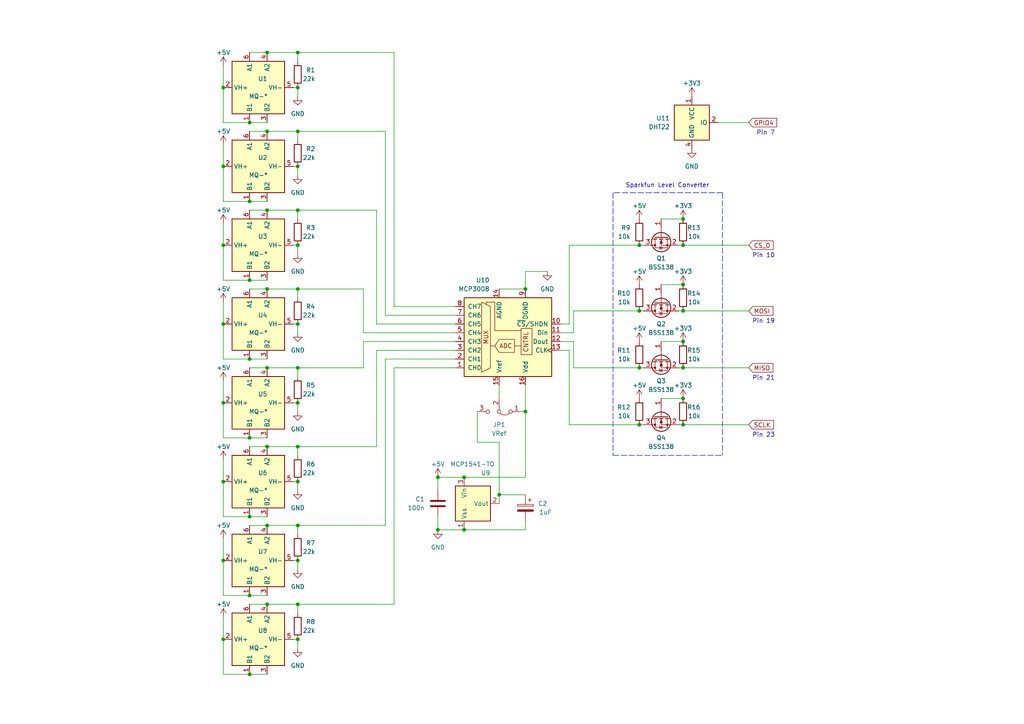
<source format=kicad_sch>
(kicad_sch (version 20211123) (generator eeschema)
  (paper "A4")
  (lib_symbols
    (symbol "Analog_ADC:MCP3008" (pin_names (offset 1.016))
      (property "Reference" "U" (at -5.08 13.335 0))
      (property "Value" "MCP3008" (at -5.08 11.43 0))
      (symbol "MCP3008_0_0"
        (text "ADC" (at -0.635 1.27 0) (effects (font (size 1.27 1.27))))
        (text "CNTRL" (at 5.969 -2.921 900) (effects (font (size 1.27 1.27)) (justify left bottom)))
        (text "MUX" (at -6.35 -1.27 900) (effects (font (size 1.27 1.27))))
      )
      (symbol "MCP3008_0_1"
        (polyline (pts (xy -3.81 1.27) (xy -5.08 1.27)))
        (polyline (pts (xy 1.905 1.27) (xy 3.81 1.27)))
        (polyline (pts (xy -7.62 8.89) (xy -7.62 -11.43) (xy -5.08 -10.16) (xy -5.08 7.62) (xy -7.62 8.89)))
        (polyline (pts (xy 3.81 -3.175) (xy -3.81 -3.175) (xy -3.81 -11.43) (xy -6.35 -11.43) (xy -6.35 -10.795)))
        (polyline (pts (xy 1.905 3.175) (xy 1.905 -0.635) (xy -2.54 -0.635) (xy -3.81 1.27) (xy -2.54 3.175) (xy 1.905 3.175)))
        (rectangle (start 3.81 -3.81) (end 6.985 3.81))
        (rectangle (start 12.7 -12.7) (end -12.7 10.16) (stroke (width 0.254)) (fill (type background)))
      )
      (symbol "MCP3008_1_1"
        (pin input line (at -15.24 7.62 0) (length 2.54) (name "CH0") (number "1"))
        (pin input line (at 15.24 -5.08 180) (length 2.54) (name "~{CS}/SHDN") (number "10"))
        (pin input line (at 15.24 -2.54 180) (length 2.54) (name "Din") (number "11"))
        (pin output line (at 15.24 0 180) (length 2.54) (name "Dout") (number "12"))
        (pin input clock (at 15.24 2.54 180) (length 2.54) (name "CLK") (number "13"))
        (pin power_in line (at -2.54 -15.24 90) (length 2.54) (name "AGND") (number "14"))
        (pin power_in line (at -2.54 12.7 270) (length 2.54) (name "Vref") (number "15"))
        (pin power_in line (at 5.08 12.7 270) (length 2.54) (name "Vdd") (number "16"))
        (pin input line (at -15.24 5.08 0) (length 2.54) (name "CH1") (number "2"))
        (pin input line (at -15.24 2.54 0) (length 2.54) (name "CH2") (number "3"))
        (pin input line (at -15.24 0 0) (length 2.54) (name "CH3") (number "4"))
        (pin input line (at -15.24 -2.54 0) (length 2.54) (name "CH4") (number "5"))
        (pin input line (at -15.24 -5.08 0) (length 2.54) (name "CH5") (number "6"))
        (pin input line (at -15.24 -7.62 0) (length 2.54) (name "CH6") (number "7"))
        (pin input line (at -15.24 -10.16 0) (length 2.54) (name "CH7") (number "8"))
        (pin power_in line (at 5.08 -15.24 90) (length 2.54) (name "DGND") (number "9"))
      )
    )
    (symbol "Device:C" (pin_numbers hide) (pin_names (offset 0.254))
      (property "Reference" "C" (at 0.635 2.54 0))
      (property "Value" "C" (at 0.635 -2.54 0))
      (symbol "C_0_1"
        (polyline (pts (xy -2.032 -0.762) (xy 2.032 -0.762)) (stroke (width 0.508)))
        (polyline (pts (xy -2.032 0.762) (xy 2.032 0.762)) (stroke (width 0.508)))
      )
      (symbol "C_1_1"
        (pin passive line (at 0 3.81 270) (length 2.794) (name "~") (number "1"))
        (pin passive line (at 0 -3.81 90) (length 2.794) (name "~") (number "2"))
      )
    )
    (symbol "Device:C_Polarized" (pin_numbers hide) (pin_names (offset 0.254))
      (property "Reference" "C" (at 0.635 2.54 0))
      (property "Value" "C_Polarized" (at 0.635 -2.54 0))
      (symbol "C_Polarized_0_1"
        (rectangle (start -2.286 0.508) (end 2.286 1.016))
        (polyline (pts (xy -1.778 2.286) (xy -0.762 2.286)))
        (polyline (pts (xy -1.27 2.794) (xy -1.27 1.778)))
        (rectangle (start 2.286 -0.508) (end -2.286 -1.016) (fill (type outline)))
      )
      (symbol "C_Polarized_1_1"
        (pin passive line (at 0 3.81 270) (length 2.794) (name "~") (number "1"))
        (pin passive line (at 0 -3.81 90) (length 2.794) (name "~") (number "2"))
      )
    )
    (symbol "Device:R" (pin_numbers hide) (pin_names (offset 0))
      (property "Reference" "R" (at 2.032 0 90))
      (property "Value" "R" (at 0 0 90))
      (symbol "R_0_1"
        (rectangle (start -1.016 -2.54) (end 1.016 2.54) (stroke (width 0.254)))
      )
      (symbol "R_1_1"
        (pin passive line (at 0 3.81 270) (length 1.27) (name "~") (number "1"))
        (pin passive line (at 0 -3.81 90) (length 1.27) (name "~") (number "2"))
      )
    )
    (symbol "Jumper:Jumper_3_Bridged12" (pin_names (offset 0) hide)
      (property "Reference" "JP" (at -2.54 -2.54 0))
      (property "Value" "Jumper_3_Bridged12" (at 0 2.794 0))
      (symbol "Jumper_3_Bridged12_0_0"
        (circle (center -3.302 0) (radius 0.508))
        (circle (center 0 0) (radius 0.508))
        (circle (center 3.302 0) (radius 0.508))
      )
      (symbol "Jumper_3_Bridged12_0_1"
        (arc (start -0.254 0.508) (mid -1.651 0.9912) (end -3.048 0.508))
        (polyline (pts (xy 0 -1.27) (xy 0 -0.508)))
      )
      (symbol "Jumper_3_Bridged12_1_1"
        (pin passive line (at -6.35 0 0) (length 2.54) (name "A") (number "1"))
        (pin passive line (at 0 -3.81 90) (length 2.54) (name "C") (number "2"))
        (pin passive line (at 6.35 0 180) (length 2.54) (name "B") (number "3"))
      )
    )
    (symbol "Reference_Voltage:MCP1541-TO"
      (property "Reference" "U" (at 1.27 8.89 0))
      (property "Value" "MCP1541-TO" (at 1.27 6.35 0))
      (symbol "MCP1541-TO_0_1"
        (rectangle (start -2.54 5.08) (end 7.62 -5.08) (stroke (width 0.254)) (fill (type background)))
      )
      (symbol "MCP1541-TO_1_1"
        (pin power_in line (at 0 -7.62 90) (length 2.54) (name "Vss") (number "1"))
        (pin power_out line (at 10.16 0 180) (length 2.54) (name "Vout") (number "2"))
        (pin power_in line (at 0 7.62 270) (length 2.54) (name "Vin") (number "3"))
      )
    )
    (symbol "Sensor:DHT11"
      (property "Reference" "U" (at -3.81 6.35 0))
      (property "Value" "DHT11" (at 3.81 6.35 0))
      (symbol "DHT11_0_1"
        (rectangle (start -5.08 5.08) (end 5.08 -5.08) (stroke (width 0.254)) (fill (type background)))
      )
      (symbol "DHT11_1_1"
        (pin power_in line (at 0 7.62 270) (length 2.54) (name "VCC") (number "1"))
        (pin bidirectional line (at 7.62 0 180) (length 2.54) (name "IO") (number "2"))
        (pin no_connect line (at -5.08 0 0) (length 2.54) hide (name "NC") (number "3"))
        (pin power_in line (at 0 -7.62 90) (length 2.54) (name "GND") (number "4"))
      )
    )
    (symbol "Sensor_Gas:MQ-6"
      (property "Reference" "U" (at -6.35 8.89 0))
      (property "Value" "MQ-6" (at 3.81 8.89 0))
      (symbol "MQ-6_0_1"
        (rectangle (start -7.62 7.62) (end 7.62 -7.62) (stroke (width 0.254)) (fill (type background)))
      )
      (symbol "MQ-6_1_1"
        (pin passive line (at 10.16 2.54 180) (length 2.54) (name "B1") (number "1"))
        (pin power_in line (at 0 10.16 270) (length 2.54) (name "VH+") (number "2"))
        (pin passive line (at 10.16 -2.54 180) (length 2.54) (name "B2") (number "3"))
        (pin passive line (at -10.16 -2.54 0) (length 2.54) (name "A2") (number "4"))
        (pin power_in line (at 0 -10.16 90) (length 2.54) (name "VH-") (number "5"))
        (pin passive line (at -10.16 2.54 0) (length 2.54) (name "A1") (number "6"))
      )
    )
    (symbol "Transistor_FET:BSS138" (pin_names hide)
      (property "Reference" "Q" (at 5.08 1.905 0))
      (property "Value" "BSS138" (at 5.08 0 0))
      (symbol "BSS138_0_1"
        (polyline (pts (xy 0.254 0) (xy -2.54 0)))
        (polyline (pts (xy 0.254 1.905) (xy 0.254 -1.905)) (stroke (width 0.254)))
        (polyline (pts (xy 0.762 -1.27) (xy 0.762 -2.286)) (stroke (width 0.254)))
        (polyline (pts (xy 0.762 0.508) (xy 0.762 -0.508)) (stroke (width 0.254)))
        (polyline (pts (xy 0.762 2.286) (xy 0.762 1.27)) (stroke (width 0.254)))
        (polyline (pts (xy 2.54 2.54) (xy 2.54 1.778)))
        (polyline (pts (xy 2.54 -2.54) (xy 2.54 0) (xy 0.762 0)))
        (polyline (pts (xy 0.762 -1.778) (xy 3.302 -1.778) (xy 3.302 1.778) (xy 0.762 1.778)))
        (polyline (pts (xy 1.016 0) (xy 2.032 0.381) (xy 2.032 -0.381) (xy 1.016 0)) (fill (type outline)))
        (polyline (pts (xy 2.794 0.508) (xy 2.921 0.381) (xy 3.683 0.381) (xy 3.81 0.254)))
        (polyline (pts (xy 3.302 0.381) (xy 2.921 -0.254) (xy 3.683 -0.254) (xy 3.302 0.381)))
        (circle (center 1.651 0) (radius 2.794) (stroke (width 0.254)))
        (circle (center 2.54 -1.778) (radius 0.254) (fill (type outline)))
        (circle (center 2.54 1.778) (radius 0.254) (fill (type outline)))
      )
      (symbol "BSS138_1_1"
        (pin input line (at -5.08 0 0) (length 2.54) (name "G") (number "1"))
        (pin passive line (at 2.54 -5.08 90) (length 2.54) (name "S") (number "2"))
        (pin passive line (at 2.54 5.08 270) (length 2.54) (name "D") (number "3"))
      )
    )
    (symbol "power:+3.3V" (power) (pin_names (offset 0))
      (property "Value" "+3.3V" (at 0 3.556 0))
      (symbol "+3.3V_0_1"
        (polyline (pts (xy -0.762 1.27) (xy 0 2.54)))
        (polyline (pts (xy 0 0) (xy 0 2.54)))
        (polyline (pts (xy 0 2.54) (xy 0.762 1.27)))
      )
      (symbol "+3.3V_1_1"
        (pin power_in line (at 0 0 90) (length 0) hide (name "+3V3") (number "1"))
      )
    )
    (symbol "power:+5V" (power) (pin_names (offset 0))
      (property "Value" "+5V" (at 0 3.556 0))
      (symbol "+5V_0_1"
        (polyline (pts (xy -0.762 1.27) (xy 0 2.54)))
        (polyline (pts (xy 0 0) (xy 0 2.54)))
        (polyline (pts (xy 0 2.54) (xy 0.762 1.27)))
      )
      (symbol "+5V_1_1"
        (pin power_in line (at 0 0 90) (length 0) hide (name "+5V") (number "1"))
      )
    )
    (symbol "power:GND" (power) (pin_names (offset 0))
      (property "Value" "GND" (at 0 -3.81 0))
      (symbol "GND_0_1"
        (polyline (pts (xy 0 0) (xy 0 -1.27) (xy 1.27 -1.27) (xy 0 -2.54) (xy -1.27 -1.27) (xy 0 -1.27)))
      )
      (symbol "GND_1_1"
        (pin power_in line (at 0 0 270) (length 0) hide (name "GND") (number "1"))
      )
    )
  )
  (junction (at 77.47 83.82))
  (junction (at 72.39 127))
  (junction (at 86.36 25.4))
  (junction (at 72.39 172.72))
  (junction (at 77.47 152.4))
  (junction (at 77.47 106.68))
  (junction (at 86.36 129.54))
  (junction (at 86.36 106.68))
  (junction (at 86.36 71.12))
  (junction (at 77.47 38.1))
  (junction (at 86.36 15.24))
  (junction (at 127 138.43))
  (junction (at 198.12 63.5))
  (junction (at 185.42 123.19))
  (junction (at 86.36 175.26))
  (junction (at 64.77 25.4))
  (junction (at 72.39 104.14))
  (junction (at 86.36 116.84))
  (junction (at 64.77 48.26))
  (junction (at 198.12 90.17))
  (junction (at 134.62 138.43))
  (junction (at 86.36 60.96))
  (junction (at 64.77 116.84))
  (junction (at 86.36 152.4))
  (junction (at 86.36 93.98))
  (junction (at 77.47 129.54))
  (junction (at 86.36 162.56))
  (junction (at 127 153.67))
  (junction (at 72.39 149.86))
  (junction (at 152.4 83.82))
  (junction (at 72.39 81.28))
  (junction (at 86.36 139.7))
  (junction (at 134.62 153.67))
  (junction (at 198.12 123.19))
  (junction (at 77.47 60.96))
  (junction (at 64.77 162.56))
  (junction (at 64.77 93.98))
  (junction (at 198.12 99.06))
  (junction (at 86.36 48.26))
  (junction (at 64.77 71.12))
  (junction (at 77.47 15.24))
  (junction (at 198.12 115.57))
  (junction (at 198.12 71.12))
  (junction (at 72.39 58.42))
  (junction (at 72.39 35.56))
  (junction (at 185.42 71.12))
  (junction (at 77.47 175.26))
  (junction (at 185.42 90.17))
  (junction (at 64.77 139.7))
  (junction (at 198.12 106.68))
  (junction (at 185.42 106.68))
  (junction (at 144.78 143.51))
  (junction (at 86.36 83.82))
  (junction (at 152.4 119.38))
  (junction (at 86.36 38.1))
  (junction (at 86.36 185.42))
  (junction (at 72.39 195.58))
  (junction (at 64.77 185.42))
  (junction (at 198.12 82.55))
  (wire (pts (xy 64.77 93.98) (xy 64.77 104.14)))
  (wire (pts (xy 144.78 111.76) (xy 144.78 115.57)))
  (wire (pts (xy 86.36 60.96) (xy 77.47 60.96)))
  (wire (pts (xy 64.77 87.63) (xy 64.77 93.98)))
  (wire (pts (xy 198.12 90.17) (xy 196.85 90.17)))
  (wire (pts (xy 198.12 115.57) (xy 191.77 115.57)))
  (wire (pts (xy 77.47 35.56) (xy 72.39 35.56)))
  (wire (pts (xy 86.36 48.26) (xy 86.36 50.8)))
  (wire (pts (xy 86.36 15.24) (xy 77.47 15.24)))
  (wire (pts (xy 64.77 185.42) (xy 64.77 195.58)))
  (wire (pts (xy 208.28 35.56) (xy 217.17 35.56)))
  (wire (pts (xy 86.36 93.98) (xy 86.36 96.52)))
  (wire (pts (xy 77.47 104.14) (xy 72.39 104.14)))
  (wire (pts (xy 86.36 38.1) (xy 77.47 38.1)))
  (wire (pts (xy 138.43 128.27) (xy 138.43 119.38)))
  (wire (pts (xy 86.36 15.24) (xy 86.36 17.78)))
  (wire (pts (xy 64.77 149.86) (xy 72.39 149.86)))
  (wire (pts (xy 198.12 71.12) (xy 196.85 71.12)))
  (wire (pts (xy 86.36 152.4) (xy 86.36 154.94)))
  (wire (pts (xy 64.77 179.07) (xy 64.77 185.42)))
  (wire (pts (xy 64.77 139.7) (xy 64.77 149.86)))
  (wire (pts (xy 132.08 96.52) (xy 105.41 96.52)))
  (wire (pts (xy 64.77 41.91) (xy 64.77 48.26)))
  (wire (pts (xy 185.42 123.19) (xy 165.1 123.19)))
  (wire (pts (xy 77.47 127) (xy 72.39 127)))
  (wire (pts (xy 85.09 93.98) (xy 86.36 93.98)))
  (wire (pts (xy 132.08 99.06) (xy 105.41 99.06)))
  (wire (pts (xy 109.22 129.54) (xy 86.36 129.54)))
  (wire (pts (xy 64.77 162.56) (xy 64.77 172.72)))
  (wire (pts (xy 86.36 139.7) (xy 86.36 142.24)))
  (wire (pts (xy 132.08 106.68) (xy 114.3 106.68)))
  (wire (pts (xy 152.4 111.76) (xy 152.4 119.38)))
  (wire (pts (xy 144.78 143.51) (xy 152.4 143.51)))
  (wire (pts (xy 64.77 156.21) (xy 64.77 162.56)))
  (wire (pts (xy 86.36 129.54) (xy 86.36 132.08)))
  (polyline (pts (xy 209.55 55.88) (xy 177.8 55.88)))
  (wire (pts (xy 72.39 38.1) (xy 77.47 38.1)))
  (wire (pts (xy 64.77 48.26) (xy 64.77 58.42)))
  (wire (pts (xy 132.08 93.98) (xy 109.22 93.98)))
  (wire (pts (xy 134.62 153.67) (xy 127 153.67)))
  (wire (pts (xy 64.77 58.42) (xy 72.39 58.42)))
  (wire (pts (xy 109.22 60.96) (xy 86.36 60.96)))
  (wire (pts (xy 114.3 106.68) (xy 114.3 175.26)))
  (wire (pts (xy 144.78 143.51) (xy 144.78 128.27)))
  (wire (pts (xy 198.12 63.5) (xy 191.77 63.5)))
  (wire (pts (xy 86.36 162.56) (xy 86.36 165.1)))
  (wire (pts (xy 105.41 83.82) (xy 86.36 83.82)))
  (wire (pts (xy 77.47 106.68) (xy 72.39 106.68)))
  (wire (pts (xy 64.77 195.58) (xy 72.39 195.58)))
  (wire (pts (xy 109.22 101.6) (xy 109.22 129.54)))
  (wire (pts (xy 185.42 106.68) (xy 166.37 106.68)))
  (wire (pts (xy 86.36 83.82) (xy 86.36 86.36)))
  (wire (pts (xy 64.77 35.56) (xy 72.39 35.56)))
  (wire (pts (xy 77.47 152.4) (xy 72.39 152.4)))
  (wire (pts (xy 152.4 153.67) (xy 134.62 153.67)))
  (wire (pts (xy 64.77 64.77) (xy 64.77 71.12)))
  (wire (pts (xy 217.17 71.12) (xy 198.12 71.12)))
  (wire (pts (xy 152.4 78.74) (xy 152.4 83.82)))
  (wire (pts (xy 77.47 106.68) (xy 86.36 106.68)))
  (wire (pts (xy 72.39 60.96) (xy 77.47 60.96)))
  (wire (pts (xy 64.77 19.05) (xy 64.77 25.4)))
  (wire (pts (xy 64.77 25.4) (xy 64.77 35.56)))
  (wire (pts (xy 86.36 60.96) (xy 86.36 63.5)))
  (wire (pts (xy 72.39 15.24) (xy 77.47 15.24)))
  (wire (pts (xy 111.76 152.4) (xy 86.36 152.4)))
  (wire (pts (xy 77.47 149.86) (xy 72.39 149.86)))
  (wire (pts (xy 64.77 172.72) (xy 72.39 172.72)))
  (wire (pts (xy 77.47 129.54) (xy 72.39 129.54)))
  (wire (pts (xy 127 138.43) (xy 127 142.24)))
  (wire (pts (xy 77.47 81.28) (xy 72.39 81.28)))
  (wire (pts (xy 64.77 133.35) (xy 64.77 139.7)))
  (wire (pts (xy 86.36 175.26) (xy 86.36 177.8)))
  (wire (pts (xy 72.39 83.82) (xy 77.47 83.82)))
  (wire (pts (xy 152.4 138.43) (xy 134.62 138.43)))
  (wire (pts (xy 132.08 88.9) (xy 114.3 88.9)))
  (wire (pts (xy 185.42 90.17) (xy 166.37 90.17)))
  (wire (pts (xy 132.08 91.44) (xy 111.76 91.44)))
  (wire (pts (xy 77.47 195.58) (xy 72.39 195.58)))
  (wire (pts (xy 86.36 152.4) (xy 77.47 152.4)))
  (wire (pts (xy 64.77 116.84) (xy 64.77 127)))
  (wire (pts (xy 105.41 99.06) (xy 105.41 106.68)))
  (wire (pts (xy 109.22 93.98) (xy 109.22 60.96)))
  (wire (pts (xy 217.17 106.68) (xy 198.12 106.68)))
  (wire (pts (xy 77.47 58.42) (xy 72.39 58.42)))
  (wire (pts (xy 185.42 106.68) (xy 186.69 106.68)))
  (wire (pts (xy 152.4 151.13) (xy 152.4 153.67)))
  (wire (pts (xy 166.37 106.68) (xy 166.37 99.06)))
  (wire (pts (xy 85.09 185.42) (xy 86.36 185.42)))
  (wire (pts (xy 198.12 82.55) (xy 191.77 82.55)))
  (wire (pts (xy 111.76 91.44) (xy 111.76 38.1)))
  (wire (pts (xy 64.77 81.28) (xy 72.39 81.28)))
  (wire (pts (xy 132.08 101.6) (xy 109.22 101.6)))
  (wire (pts (xy 64.77 71.12) (xy 64.77 81.28)))
  (polyline (pts (xy 177.8 132.08) (xy 209.55 132.08)))
  (wire (pts (xy 85.09 139.7) (xy 86.36 139.7)))
  (wire (pts (xy 158.75 78.74) (xy 152.4 78.74)))
  (wire (pts (xy 64.77 104.14) (xy 72.39 104.14)))
  (wire (pts (xy 77.47 175.26) (xy 72.39 175.26)))
  (wire (pts (xy 86.36 175.26) (xy 77.47 175.26)))
  (wire (pts (xy 144.78 128.27) (xy 138.43 128.27)))
  (wire (pts (xy 86.36 71.12) (xy 86.36 73.66)))
  (wire (pts (xy 185.42 71.12) (xy 186.69 71.12)))
  (wire (pts (xy 151.13 119.38) (xy 152.4 119.38)))
  (wire (pts (xy 165.1 71.12) (xy 165.1 93.98)))
  (wire (pts (xy 111.76 104.14) (xy 111.76 152.4)))
  (wire (pts (xy 85.09 25.4) (xy 86.36 25.4)))
  (wire (pts (xy 132.08 104.14) (xy 111.76 104.14)))
  (wire (pts (xy 85.09 116.84) (xy 86.36 116.84)))
  (wire (pts (xy 86.36 106.68) (xy 105.41 106.68)))
  (wire (pts (xy 111.76 38.1) (xy 86.36 38.1)))
  (wire (pts (xy 198.12 99.06) (xy 191.77 99.06)))
  (wire (pts (xy 185.42 123.19) (xy 186.69 123.19)))
  (wire (pts (xy 85.09 162.56) (xy 86.36 162.56)))
  (wire (pts (xy 166.37 90.17) (xy 166.37 96.52)))
  (wire (pts (xy 105.41 96.52) (xy 105.41 83.82)))
  (wire (pts (xy 198.12 106.68) (xy 196.85 106.68)))
  (wire (pts (xy 134.62 138.43) (xy 127 138.43)))
  (wire (pts (xy 165.1 93.98) (xy 162.56 93.98)))
  (wire (pts (xy 86.36 38.1) (xy 86.36 40.64)))
  (polyline (pts (xy 177.8 55.88) (xy 177.8 132.08)))
  (wire (pts (xy 85.09 48.26) (xy 86.36 48.26)))
  (wire (pts (xy 217.17 90.17) (xy 198.12 90.17)))
  (wire (pts (xy 86.36 185.42) (xy 86.36 187.96)))
  (wire (pts (xy 152.4 83.82) (xy 144.78 83.82)))
  (wire (pts (xy 185.42 71.12) (xy 165.1 71.12)))
  (wire (pts (xy 166.37 99.06) (xy 162.56 99.06)))
  (polyline (pts (xy 209.55 55.88) (xy 209.55 132.08)))
  (wire (pts (xy 165.1 101.6) (xy 162.56 101.6)))
  (wire (pts (xy 185.42 90.17) (xy 186.69 90.17)))
  (wire (pts (xy 114.3 15.24) (xy 86.36 15.24)))
  (wire (pts (xy 166.37 96.52) (xy 162.56 96.52)))
  (wire (pts (xy 85.09 71.12) (xy 86.36 71.12)))
  (wire (pts (xy 217.17 123.19) (xy 198.12 123.19)))
  (wire (pts (xy 86.36 83.82) (xy 77.47 83.82)))
  (wire (pts (xy 165.1 123.19) (xy 165.1 101.6)))
  (wire (pts (xy 86.36 129.54) (xy 77.47 129.54)))
  (wire (pts (xy 64.77 127) (xy 72.39 127)))
  (wire (pts (xy 114.3 88.9) (xy 114.3 15.24)))
  (wire (pts (xy 114.3 175.26) (xy 86.36 175.26)))
  (wire (pts (xy 86.36 116.84) (xy 86.36 119.38)))
  (wire (pts (xy 86.36 25.4) (xy 86.36 27.94)))
  (wire (pts (xy 198.12 123.19) (xy 196.85 123.19)))
  (wire (pts (xy 127 153.67) (xy 127 149.86)))
  (wire (pts (xy 64.77 110.49) (xy 64.77 116.84)))
  (wire (pts (xy 144.78 143.51) (xy 144.78 146.05)))
  (wire (pts (xy 86.36 109.22) (xy 86.36 106.68)))
  (wire (pts (xy 77.47 172.72) (xy 72.39 172.72)))
  (wire (pts (xy 152.4 119.38) (xy 152.4 138.43)))
  (text "Sparkfun Level Converter" (at 205.74 54.61 180) (effects (font (size 1.27 1.27)) (justify right bottom)))
  (text "Pin 21" (at 224.79 110.49 180) (effects (font (size 1.27 1.27)) (justify right bottom)))
  (text "Pin 23" (at 224.79 127 180) (effects (font (size 1.27 1.27)) (justify right bottom)))
  (text "Pin 10" (at 224.79 74.93 180) (effects (font (size 1.27 1.27)) (justify right bottom)))
  (text "Pin 7" (at 224.79 39.37 180) (effects (font (size 1.27 1.27)) (justify right bottom)))
  (text "Pin 19" (at 224.79 93.98 180) (effects (font (size 1.27 1.27)) (justify right bottom)))
  (global_label "CS_0" (shape input) (at 217.17 71.12 0) (property "Intersheet References" "${INTERSHEET_REFS}" (effects hide)))
  (global_label "MOSI" (shape input) (at 217.17 90.17 0) (property "Intersheet References" "${INTERSHEET_REFS}" (effects hide)))
  (global_label "MISO" (shape input) (at 217.17 106.68 0) (property "Intersheet References" "${INTERSHEET_REFS}" (effects hide)))
  (global_label "SCLK" (shape input) (at 217.17 123.19 0) (property "Intersheet References" "${INTERSHEET_REFS}" (effects hide)))
  (global_label "GPIO4" (shape input) (at 217.17 35.56 0) (property "Intersheet References" "${INTERSHEET_REFS}" (effects hide)))
  (symbol (lib_id "power:+5V") (at 64.77 179.07 0) (mirror y) (unit 1)
    (property "Reference" "#PWR08" (effects hide))
    (property "Value" "+5V" (at 64.77 175.26 0))
  )
  (symbol (lib_id "Transistor_FET:BSS138") (at 191.77 87.63 90) (mirror x) (unit 1)
    (property "Reference" "Q2" (at 191.77 93.98 90))
    (property "Value" "BSS138" (at 191.77 96.52 90))
    (property "Footprint" "Package_TO_SOT_SMD:SOT-23" (effects hide))
    (property "Datasheet" "https://www.onsemi.com/pub/Collateral/BSS138-D.PDF" (effects hide))
  )
  (symbol (lib_id "power:+5V") (at 64.77 19.05 0) (mirror y) (unit 1)
    (property "Reference" "#PWR01" (effects hide))
    (property "Value" "+5V" (at 64.77 15.24 0))
  )
  (symbol (lib_id "power:GND") (at 127 153.67 0) (mirror y) (unit 1)
    (property "Reference" "#PWR018" (effects hide))
    (property "Value" "GND" (at 127 158.75 0))
  )
  (symbol (lib_id "Device:R") (at 185.42 67.31 0) (mirror y) (unit 1)
    (property "Reference" "R9" (at 182.88 66.0399 0) (effects (justify left)))
    (property "Value" "10k" (at 182.88 68.5799 0) (effects (justify left)))
  )
  (symbol (lib_id "power:GND") (at 86.36 50.8 0) (mirror y) (unit 1)
    (property "Reference" "#PWR010" (effects hide))
    (property "Value" "GND" (at 86.36 55.88 0))
  )
  (symbol (lib_id "power:GND") (at 158.75 78.74 0) (mirror y) (unit 1)
    (property "Reference" "#PWR019" (effects hide))
    (property "Value" "GND" (at 158.75 83.82 0))
  )
  (symbol (lib_id "power:GND") (at 200.66 43.18 0) (mirror y) (unit 1)
    (property "Reference" "#PWR029" (effects hide))
    (property "Value" "GND" (at 200.66 48.26 0))
  )
  (symbol (lib_id "Device:R") (at 185.42 102.87 0) (mirror y) (unit 1)
    (property "Reference" "R11" (at 182.88 101.5999 0) (effects (justify left)))
    (property "Value" "10k" (at 182.88 104.1399 0) (effects (justify left)))
  )
  (symbol (lib_id "Sensor_Gas:MQ-6") (at 74.93 139.7 90) (mirror x) (unit 1)
    (property "Reference" "U6" (at 76.2 137.16 90))
    (property "Value" "MQ-*" (at 74.93 142.24 90))
    (property "Footprint" "Sensor:MQ-6" (effects hide))
    (property "Datasheet" "https://www.winsen-sensor.com/d/files/semiconductor/mq-6.pdf" (effects hide))
  )
  (symbol (lib_id "power:GND") (at 86.36 187.96 0) (mirror y) (unit 1)
    (property "Reference" "#PWR016" (effects hide))
    (property "Value" "GND" (at 86.36 193.04 0))
  )
  (symbol (lib_id "Jumper:Jumper_3_Bridged12") (at 144.78 119.38 180) (unit 1)
    (property "Reference" "JP1" (at 144.78 123.19 0))
    (property "Value" "VRef" (at 144.78 125.73 0))
  )
  (symbol (lib_id "Device:R") (at 86.36 44.45 0) (mirror y) (unit 1)
    (property "Reference" "R2" (at 91.44 43.18 0) (effects (justify left)))
    (property "Value" "22k" (at 91.44 45.72 0) (effects (justify left)))
  )
  (symbol (lib_id "Device:R") (at 198.12 119.38 0) (mirror y) (unit 1)
    (property "Reference" "R16" (at 203.2 118.11 0) (effects (justify left)))
    (property "Value" "10k" (at 203.2 120.65 0) (effects (justify left)))
  )
  (symbol (lib_id "power:+5V") (at 64.77 110.49 0) (mirror y) (unit 1)
    (property "Reference" "#PWR05" (effects hide))
    (property "Value" "+5V" (at 64.77 106.68 0))
  )
  (symbol (lib_id "Sensor_Gas:MQ-6") (at 74.93 162.56 90) (mirror x) (unit 1)
    (property "Reference" "U7" (at 76.2 160.02 90))
    (property "Value" "MQ-*" (at 74.93 165.1 90))
    (property "Footprint" "Sensor:MQ-6" (effects hide))
    (property "Datasheet" "https://www.winsen-sensor.com/d/files/semiconductor/mq-6.pdf" (effects hide))
  )
  (symbol (lib_id "power:GND") (at 86.36 119.38 0) (mirror y) (unit 1)
    (property "Reference" "#PWR013" (effects hide))
    (property "Value" "GND" (at 86.36 124.46 0))
  )
  (symbol (lib_id "power:GND") (at 86.36 165.1 0) (mirror y) (unit 1)
    (property "Reference" "#PWR015" (effects hide))
    (property "Value" "GND" (at 86.36 170.18 0))
  )
  (symbol (lib_id "Transistor_FET:BSS138") (at 191.77 68.58 90) (mirror x) (unit 1)
    (property "Reference" "Q1" (at 191.77 74.93 90))
    (property "Value" "BSS138" (at 191.77 77.47 90))
    (property "Footprint" "Package_TO_SOT_SMD:SOT-23" (effects hide))
    (property "Datasheet" "https://www.onsemi.com/pub/Collateral/BSS138-D.PDF" (effects hide))
  )
  (symbol (lib_id "power:GND") (at 86.36 96.52 0) (mirror y) (unit 1)
    (property "Reference" "#PWR012" (effects hide))
    (property "Value" "GND" (at 86.36 101.6 0))
  )
  (symbol (lib_id "power:+3.3V") (at 198.12 63.5 0) (mirror y) (unit 1)
    (property "Reference" "#PWR024" (effects hide))
    (property "Value" "+3.3V" (at 198.12 59.69 0))
  )
  (symbol (lib_id "power:+5V") (at 64.77 41.91 0) (mirror y) (unit 1)
    (property "Reference" "#PWR02" (effects hide))
    (property "Value" "+5V" (at 64.77 38.1 0))
  )
  (symbol (lib_id "Device:R") (at 86.36 181.61 0) (mirror y) (unit 1)
    (property "Reference" "R8" (at 91.44 180.34 0) (effects (justify left)))
    (property "Value" "22k" (at 91.44 182.88 0) (effects (justify left)))
  )
  (symbol (lib_id "Sensor_Gas:MQ-6") (at 74.93 116.84 90) (mirror x) (unit 1)
    (property "Reference" "U5" (at 76.2 114.3 90))
    (property "Value" "MQ-*" (at 74.93 119.38 90))
    (property "Footprint" "Sensor:MQ-6" (effects hide))
    (property "Datasheet" "https://www.winsen-sensor.com/d/files/semiconductor/mq-6.pdf" (effects hide))
  )
  (symbol (lib_id "power:+3.3V") (at 200.66 27.94 0) (mirror y) (unit 1)
    (property "Reference" "#PWR028" (effects hide))
    (property "Value" "+3.3V" (at 200.66 24.13 0))
  )
  (symbol (lib_id "power:+5V") (at 64.77 87.63 0) (mirror y) (unit 1)
    (property "Reference" "#PWR04" (effects hide))
    (property "Value" "+5V" (at 64.77 83.82 0))
  )
  (symbol (lib_id "Device:R") (at 198.12 86.36 0) (mirror y) (unit 1)
    (property "Reference" "R14" (at 203.2 85.09 0) (effects (justify left)))
    (property "Value" "10k" (at 203.2 87.63 0) (effects (justify left)))
  )
  (symbol (lib_id "power:+5V") (at 185.42 82.55 0) (mirror y) (unit 1)
    (property "Reference" "#PWR021" (effects hide))
    (property "Value" "+5V" (at 185.42 78.74 0))
  )
  (symbol (lib_id "Sensor_Gas:MQ-6") (at 74.93 93.98 90) (mirror x) (unit 1)
    (property "Reference" "U4" (at 76.2 91.44 90))
    (property "Value" "MQ-*" (at 74.93 96.52 90))
    (property "Footprint" "Sensor:MQ-6" (effects hide))
    (property "Datasheet" "https://www.winsen-sensor.com/d/files/semiconductor/mq-6.pdf" (effects hide))
  )
  (symbol (lib_id "Sensor_Gas:MQ-6") (at 74.93 71.12 90) (mirror x) (unit 1)
    (property "Reference" "U3" (at 76.2 68.58 90))
    (property "Value" "MQ-*" (at 74.93 73.66 90))
    (property "Footprint" "Sensor:MQ-6" (effects hide))
    (property "Datasheet" "https://www.winsen-sensor.com/d/files/semiconductor/mq-6.pdf" (effects hide))
  )
  (symbol (lib_id "power:+5V") (at 185.42 99.06 0) (mirror y) (unit 1)
    (property "Reference" "#PWR022" (effects hide))
    (property "Value" "+5V" (at 185.42 95.25 0))
  )
  (symbol (lib_id "Sensor_Gas:MQ-6") (at 74.93 48.26 90) (mirror x) (unit 1)
    (property "Reference" "U2" (at 76.2 45.72 90))
    (property "Value" "MQ-*" (at 74.93 50.8 90))
    (property "Footprint" "Sensor:MQ-6" (effects hide))
    (property "Datasheet" "https://www.winsen-sensor.com/d/files/semiconductor/mq-6.pdf" (effects hide))
  )
  (symbol (lib_id "power:+5V") (at 64.77 64.77 0) (mirror y) (unit 1)
    (property "Reference" "#PWR03" (effects hide))
    (property "Value" "+5V" (at 64.77 60.96 0))
  )
  (symbol (lib_id "Analog_ADC:MCP3008") (at 147.32 99.06 0) (mirror x) (unit 1)
    (property "Reference" "U10" (at 142.0113 81.28 0) (effects (justify right)))
    (property "Value" "MCP3008" (at 142.0113 83.82 0) (effects (justify right)))
    (property "Datasheet" "http://ww1.microchip.com/downloads/en/DeviceDoc/21295d.pdf" (effects hide))
  )
  (symbol (lib_id "power:GND") (at 86.36 142.24 0) (mirror y) (unit 1)
    (property "Reference" "#PWR014" (effects hide))
    (property "Value" "GND" (at 86.36 147.32 0))
  )
  (symbol (lib_id "power:GND") (at 86.36 73.66 0) (mirror y) (unit 1)
    (property "Reference" "#PWR011" (effects hide))
    (property "Value" "GND" (at 86.36 78.74 0))
  )
  (symbol (lib_id "Sensor:DHT11") (at 200.66 35.56 0) (unit 1)
    (property "Reference" "U11" (at 194.31 34.2899 0) (effects (justify right)))
    (property "Value" "DHT22" (at 194.31 36.8299 0) (effects (justify right)))
    (property "Footprint" "Sensor:Aosong_DHT11_5.5x12.0_P2.54mm" (effects hide))
    (property "Datasheet" "http://akizukidenshi.com/download/ds/aosong/DHT11.pdf" (effects hide))
  )
  (symbol (lib_id "Device:R") (at 198.12 67.31 0) (mirror y) (unit 1)
    (property "Reference" "R13" (at 203.2 66.04 0) (effects (justify left)))
    (property "Value" "10k" (at 203.2 68.58 0) (effects (justify left)))
  )
  (symbol (lib_id "Device:R") (at 185.42 86.36 0) (mirror y) (unit 1)
    (property "Reference" "R10" (at 182.88 85.0899 0) (effects (justify left)))
    (property "Value" "10k" (at 182.88 87.6299 0) (effects (justify left)))
  )
  (symbol (lib_id "power:+3.3V") (at 198.12 99.06 0) (mirror y) (unit 1)
    (property "Reference" "#PWR026" (effects hide))
    (property "Value" "+3.3V" (at 198.12 95.25 0))
  )
  (symbol (lib_id "Device:R") (at 185.42 119.38 0) (mirror y) (unit 1)
    (property "Reference" "R12" (at 182.88 118.1099 0) (effects (justify left)))
    (property "Value" "10k" (at 182.88 120.6499 0) (effects (justify left)))
  )
  (symbol (lib_id "power:+5V") (at 64.77 156.21 0) (mirror y) (unit 1)
    (property "Reference" "#PWR07" (effects hide))
    (property "Value" "+5V" (at 64.77 152.4 0))
  )
  (symbol (lib_id "Device:R") (at 86.36 135.89 0) (mirror y) (unit 1)
    (property "Reference" "R6" (at 91.44 134.62 0) (effects (justify left)))
    (property "Value" "22k" (at 91.44 137.16 0) (effects (justify left)))
  )
  (symbol (lib_id "Device:R") (at 86.36 21.59 0) (mirror y) (unit 1)
    (property "Reference" "R1" (at 91.44 20.32 0) (effects (justify left)))
    (property "Value" "22k" (at 91.44 22.86 0) (effects (justify left)))
  )
  (symbol (lib_id "power:+5V") (at 185.42 63.5 0) (mirror y) (unit 1)
    (property "Reference" "#PWR020" (effects hide))
    (property "Value" "+5V" (at 185.42 59.69 0))
  )
  (symbol (lib_id "Sensor_Gas:MQ-6") (at 74.93 25.4 90) (mirror x) (unit 1)
    (property "Reference" "U1" (at 76.2 22.86 90))
    (property "Value" "MQ-*" (at 74.93 27.94 90))
    (property "Footprint" "Sensor:MQ-6" (effects hide))
    (property "Datasheet" "https://www.winsen-sensor.com/d/files/semiconductor/mq-6.pdf" (effects hide))
  )
  (symbol (lib_id "Transistor_FET:BSS138") (at 191.77 120.65 90) (mirror x) (unit 1)
    (property "Reference" "Q4" (at 191.77 127 90))
    (property "Value" "BSS138" (at 191.77 129.54 90))
    (property "Footprint" "Package_TO_SOT_SMD:SOT-23" (effects hide))
    (property "Datasheet" "https://www.onsemi.com/pub/Collateral/BSS138-D.PDF" (effects hide))
  )
  (symbol (lib_id "Device:R") (at 86.36 158.75 0) (mirror y) (unit 1)
    (property "Reference" "R7" (at 91.44 157.48 0) (effects (justify left)))
    (property "Value" "22k" (at 91.44 160.02 0) (effects (justify left)))
  )
  (symbol (lib_id "Device:R") (at 86.36 113.03 0) (mirror y) (unit 1)
    (property "Reference" "R5" (at 91.44 111.76 0) (effects (justify left)))
    (property "Value" "22k" (at 91.44 114.3 0) (effects (justify left)))
  )
  (symbol (lib_id "power:+5V") (at 185.42 115.57 0) (mirror y) (unit 1)
    (property "Reference" "#PWR023" (effects hide))
    (property "Value" "+5V" (at 185.42 111.76 0))
  )
  (symbol (lib_id "Device:R") (at 86.36 90.17 0) (mirror y) (unit 1)
    (property "Reference" "R4" (at 91.44 88.9 0) (effects (justify left)))
    (property "Value" "22k" (at 91.44 91.44 0) (effects (justify left)))
  )
  (symbol (lib_id "power:GND") (at 86.36 27.94 0) (mirror y) (unit 1)
    (property "Reference" "#PWR09" (effects hide))
    (property "Value" "GND" (at 86.36 33.02 0))
  )
  (symbol (lib_id "power:+3.3V") (at 198.12 115.57 0) (mirror y) (unit 1)
    (property "Reference" "#PWR027" (effects hide))
    (property "Value" "+3.3V" (at 198.12 111.76 0))
  )
  (symbol (lib_id "power:+5V") (at 64.77 133.35 0) (mirror y) (unit 1)
    (property "Reference" "#PWR06" (effects hide))
    (property "Value" "+5V" (at 64.77 129.54 0))
  )
  (symbol (lib_id "Device:C_Polarized") (at 152.4 147.32 0) (mirror y) (unit 1)
    (property "Reference" "C2" (at 158.75 146.05 0) (effects (justify left)))
    (property "Value" "1uF" (at 160.02 148.59 0) (effects (justify left)))
  )
  (symbol (lib_id "power:+3.3V") (at 198.12 82.55 0) (mirror y) (unit 1)
    (property "Reference" "#PWR025" (effects hide))
    (property "Value" "+3.3V" (at 198.12 78.74 0))
  )
  (symbol (lib_id "Reference_Voltage:MCP1541-TO") (at 134.62 146.05 0) (unit 1)
    (property "Reference" "U9" (at 142.24 137.16 0) (effects (justify right)))
    (property "Value" "MCP1541-TO" (at 143.51 134.62 0) (effects (justify right)))
    (property "Footprint" "Package_TO_SOT_THT:TO-92_Inline" (effects hide))
    (property "Datasheet" "http://ww1.microchip.com/downloads/en/devicedoc/21653b.pdf" (effects hide))
  )
  (symbol (lib_id "Device:R") (at 86.36 67.31 0) (mirror y) (unit 1)
    (property "Reference" "R3" (at 91.44 66.04 0) (effects (justify left)))
    (property "Value" "22k" (at 91.44 68.58 0) (effects (justify left)))
  )
  (symbol (lib_id "power:+5V") (at 127 138.43 0) (mirror y) (unit 1)
    (property "Reference" "#PWR017" (effects hide))
    (property "Value" "+5V" (at 127 134.62 0))
  )
  (symbol (lib_id "Transistor_FET:BSS138") (at 191.77 104.14 90) (mirror x) (unit 1)
    (property "Reference" "Q3" (at 191.77 110.49 90))
    (property "Value" "BSS138" (at 191.77 113.03 90))
    (property "Footprint" "Package_TO_SOT_SMD:SOT-23" (effects hide))
    (property "Datasheet" "https://www.onsemi.com/pub/Collateral/BSS138-D.PDF" (effects hide))
  )
  (symbol (lib_id "Device:R") (at 198.12 102.87 0) (mirror y) (unit 1)
    (property "Reference" "R15" (at 203.2 101.6 0) (effects (justify left)))
    (property "Value" "10k" (at 203.2 104.14 0) (effects (justify left)))
  )
  (symbol (lib_id "Sensor_Gas:MQ-6") (at 74.93 185.42 90) (mirror x) (unit 1)
    (property "Reference" "U8" (at 76.2 182.88 90))
    (property "Value" "MQ-*" (at 74.93 187.96 90))
    (property "Footprint" "Sensor:MQ-6" (effects hide))
    (property "Datasheet" "https://www.winsen-sensor.com/d/files/semiconductor/mq-6.pdf" (effects hide))
  )
  (symbol (lib_id "Device:C") (at 127 146.05 0) (mirror y) (unit 1)
    (property "Reference" "C1" (at 123.19 144.7799 0) (effects (justify left)))
    (property "Value" "100n" (at 123.19 147.3199 0) (effects (justify left)))
  )
)
</source>
